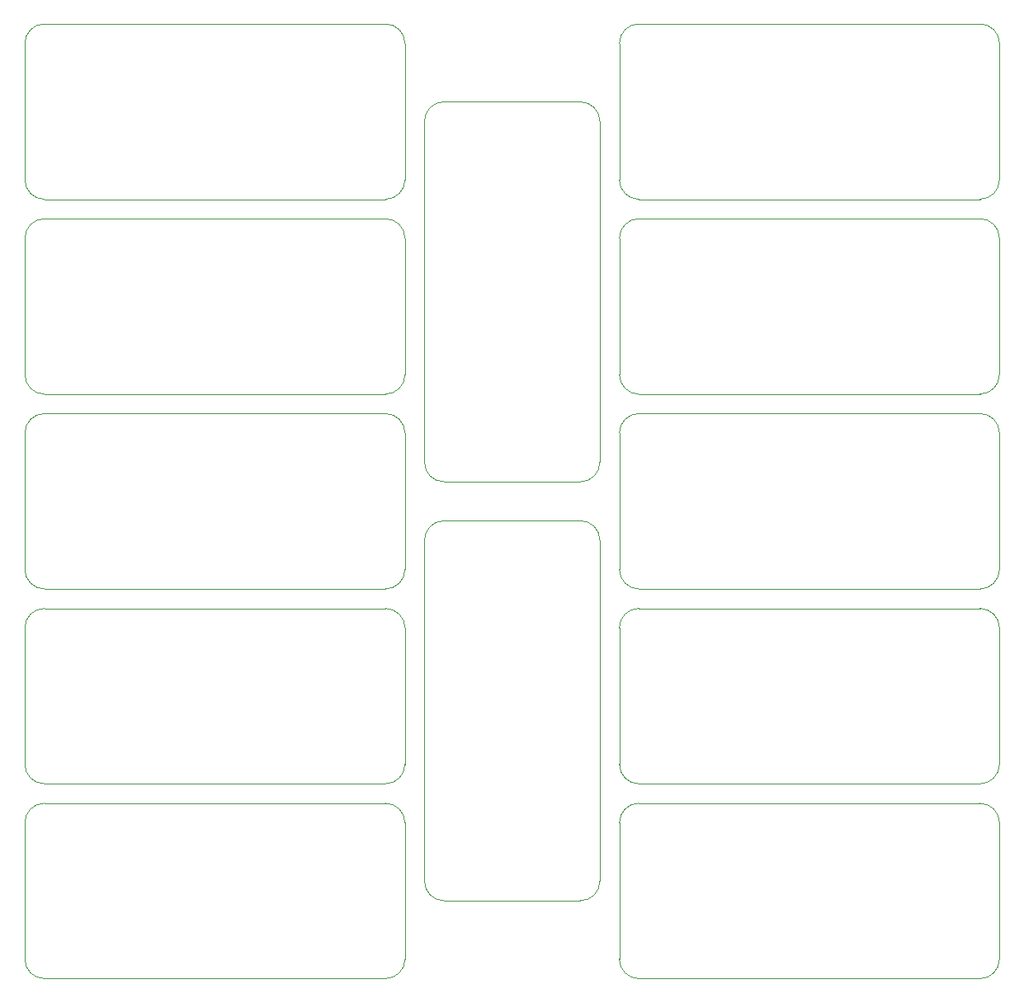
<source format=gbp>
%MOIN*%
%OFA0B0*%
%FSLAX46Y46*%
%IPPOS*%
%LPD*%
%ADD10C,0.0039370078740157488*%
%ADD21C,0.0039370078740157488*%
%ADD22C,0.0039370078740157488*%
%ADD23C,0.0039370078740157488*%
%ADD24C,0.0039370078740157488*%
%ADD25C,0.0039370078740157488*%
%ADD26C,0.0039370078740157488*%
%ADD27C,0.0039370078740157488*%
%ADD28C,0.0039370078740157488*%
%ADD29C,0.0039370078740157488*%
%ADD30C,0.0039370078740157488*%
%ADD31C,0.0039370078740157488*%
G01*
D10*
X0001456692Y0000708661D02*
G75*
G02X0001535433Y0000629921J-0000078740D01*
G01*
X0001535433Y0000078740D02*
G75*
G02X0001456692Y0000000000I-0000078740D01*
G01*
X0000078740Y0000000000D02*
G75*
G02X0000000000Y0000078740J0000078740D01*
G01*
X0000000000Y0000629921D02*
G75*
G02X0000078740Y0000708661I0000078740D01*
G01*
X0001535433Y0000078740D02*
X0001535433Y0000629921D01*
X0000078740Y0000000000D02*
X0001456692Y0000000000D01*
X0000000000Y0000629921D02*
X0000000000Y0000078740D01*
X0001456692Y0000708661D02*
X0000078740Y0000708661D01*
G04 next file*
G04 #@! TF.GenerationSoftware,KiCad,Pcbnew,(6.0.0-rc1-dev-1-g01c5bdfb8)*
G04 #@! TF.CreationDate,2019-01-03T14:47:18+01:00*
G04 #@! TF.ProjectId,nunchuk_breakout,6E756E6368756B5F627265616B6F7574,rev?*
G04 #@! TF.SameCoordinates,Original*
G04 #@! TF.FileFunction,Paste,Bot*
G04 #@! TF.FilePolarity,Positive*
G04 Gerber Fmt 4.6, Leading zero omitted, Abs format (unit mm)*
G04 Created by KiCad (PCBNEW (6.0.0-rc1-dev-1-g01c5bdfb8)) date Thu Jan  3 14:47:18 2019*
G01*
G04 APERTURE LIST*
G04 APERTURE END LIST*
D21*
X0003858267Y0001496062D02*
G75*
G02X0003937007Y0001417322J-0000078740D01*
G01*
X0003937007Y0000866141D02*
G75*
G02X0003858267Y0000787401I-0000078740D01*
G01*
X0002480314Y0000787401D02*
G75*
G02X0002401574Y0000866141J0000078740D01*
G01*
X0002401574Y0001417322D02*
G75*
G02X0002480314Y0001496062I0000078740D01*
G01*
X0003937007Y0000866141D02*
X0003937007Y0001417322D01*
X0002480314Y0000787401D02*
X0003858267Y0000787401D01*
X0002401574Y0001417322D02*
X0002401574Y0000866141D01*
X0003858267Y0001496062D02*
X0002480314Y0001496062D01*
G04 next file*
G04 #@! TF.GenerationSoftware,KiCad,Pcbnew,(6.0.0-rc1-dev-1-g01c5bdfb8)*
G04 #@! TF.CreationDate,2019-01-03T14:47:18+01:00*
G04 #@! TF.ProjectId,nunchuk_breakout,6E756E6368756B5F627265616B6F7574,rev?*
G04 #@! TF.SameCoordinates,Original*
G04 #@! TF.FileFunction,Paste,Bot*
G04 #@! TF.FilePolarity,Positive*
G04 Gerber Fmt 4.6, Leading zero omitted, Abs format (unit mm)*
G04 Created by KiCad (PCBNEW (6.0.0-rc1-dev-1-g01c5bdfb8)) date Thu Jan  3 14:47:18 2019*
G01*
G04 APERTURE LIST*
G04 APERTURE END LIST*
D22*
X0003858267Y0002283464D02*
G75*
G02X0003937007Y0002204724J-0000078740D01*
G01*
X0003937007Y0001653543D02*
G75*
G02X0003858267Y0001574803I-0000078740D01*
G01*
X0002480314Y0001574803D02*
G75*
G02X0002401574Y0001653543J0000078740D01*
G01*
X0002401574Y0002204724D02*
G75*
G02X0002480314Y0002283464I0000078740D01*
G01*
X0003937007Y0001653543D02*
X0003937007Y0002204724D01*
X0002480314Y0001574803D02*
X0003858267Y0001574803D01*
X0002401574Y0002204724D02*
X0002401574Y0001653543D01*
X0003858267Y0002283464D02*
X0002480314Y0002283464D01*
G04 next file*
G04 #@! TF.GenerationSoftware,KiCad,Pcbnew,(6.0.0-rc1-dev-1-g01c5bdfb8)*
G04 #@! TF.CreationDate,2019-01-03T14:47:18+01:00*
G04 #@! TF.ProjectId,nunchuk_breakout,6E756E6368756B5F627265616B6F7574,rev?*
G04 #@! TF.SameCoordinates,Original*
G04 #@! TF.FileFunction,Paste,Bot*
G04 #@! TF.FilePolarity,Positive*
G04 Gerber Fmt 4.6, Leading zero omitted, Abs format (unit mm)*
G04 Created by KiCad (PCBNEW (6.0.0-rc1-dev-1-g01c5bdfb8)) date Thu Jan  3 14:47:18 2019*
G01*
G04 APERTURE LIST*
G04 APERTURE END LIST*
D23*
X0001456692Y0001496062D02*
G75*
G02X0001535433Y0001417322J-0000078740D01*
G01*
X0001535433Y0000866141D02*
G75*
G02X0001456692Y0000787401I-0000078740D01*
G01*
X0000078740Y0000787401D02*
G75*
G02X0000000000Y0000866141J0000078740D01*
G01*
X0000000000Y0001417322D02*
G75*
G02X0000078740Y0001496062I0000078740D01*
G01*
X0001535433Y0000866141D02*
X0001535433Y0001417322D01*
X0000078740Y0000787401D02*
X0001456692Y0000787401D01*
X0000000000Y0001417322D02*
X0000000000Y0000866141D01*
X0001456692Y0001496062D02*
X0000078740Y0001496062D01*
G04 next file*
G04 #@! TF.GenerationSoftware,KiCad,Pcbnew,(6.0.0-rc1-dev-1-g01c5bdfb8)*
G04 #@! TF.CreationDate,2019-01-03T14:47:18+01:00*
G04 #@! TF.ProjectId,nunchuk_breakout,6E756E6368756B5F627265616B6F7574,rev?*
G04 #@! TF.SameCoordinates,Original*
G04 #@! TF.FileFunction,Paste,Bot*
G04 #@! TF.FilePolarity,Positive*
G04 Gerber Fmt 4.6, Leading zero omitted, Abs format (unit mm)*
G04 Created by KiCad (PCBNEW (6.0.0-rc1-dev-1-g01c5bdfb8)) date Thu Jan  3 14:47:18 2019*
G01*
G04 APERTURE LIST*
G04 APERTURE END LIST*
D24*
X0001456692Y0002283464D02*
G75*
G02X0001535433Y0002204724J-0000078740D01*
G01*
X0001535433Y0001653543D02*
G75*
G02X0001456692Y0001574803I-0000078740D01*
G01*
X0000078740Y0001574803D02*
G75*
G02X0000000000Y0001653543J0000078740D01*
G01*
X0000000000Y0002204724D02*
G75*
G02X0000078740Y0002283464I0000078740D01*
G01*
X0001535433Y0001653543D02*
X0001535433Y0002204724D01*
X0000078740Y0001574803D02*
X0001456692Y0001574803D01*
X0000000000Y0002204724D02*
X0000000000Y0001653543D01*
X0001456692Y0002283464D02*
X0000078740Y0002283464D01*
G04 next file*
G04 #@! TF.GenerationSoftware,KiCad,Pcbnew,(6.0.0-rc1-dev-1-g01c5bdfb8)*
G04 #@! TF.CreationDate,2019-01-03T14:47:18+01:00*
G04 #@! TF.ProjectId,nunchuk_breakout,6E756E6368756B5F627265616B6F7574,rev?*
G04 #@! TF.SameCoordinates,Original*
G04 #@! TF.FileFunction,Paste,Bot*
G04 #@! TF.FilePolarity,Positive*
G04 Gerber Fmt 4.6, Leading zero omitted, Abs format (unit mm)*
G04 Created by KiCad (PCBNEW (6.0.0-rc1-dev-1-g01c5bdfb8)) date Thu Jan  3 14:47:18 2019*
G01*
G04 APERTURE LIST*
G04 APERTURE END LIST*
D25*
X0003858267Y0000708661D02*
G75*
G02X0003937007Y0000629921J-0000078740D01*
G01*
X0003937007Y0000078740D02*
G75*
G02X0003858267Y0000000000I-0000078740D01*
G01*
X0002480314Y0000000000D02*
G75*
G02X0002401574Y0000078740J0000078740D01*
G01*
X0002401574Y0000629921D02*
G75*
G02X0002480314Y0000708661I0000078740D01*
G01*
X0003937007Y0000078740D02*
X0003937007Y0000629921D01*
X0002480314Y0000000000D02*
X0003858267Y0000000000D01*
X0002401574Y0000629921D02*
X0002401574Y0000078740D01*
X0003858267Y0000708661D02*
X0002480314Y0000708661D01*
G04 next file*
G04 #@! TF.GenerationSoftware,KiCad,Pcbnew,(6.0.0-rc1-dev-1-g01c5bdfb8)*
G04 #@! TF.CreationDate,2019-01-03T14:47:18+01:00*
G04 #@! TF.ProjectId,nunchuk_breakout,6E756E6368756B5F627265616B6F7574,rev?*
G04 #@! TF.SameCoordinates,Original*
G04 #@! TF.FileFunction,Paste,Bot*
G04 #@! TF.FilePolarity,Positive*
G04 Gerber Fmt 4.6, Leading zero omitted, Abs format (unit mm)*
G04 Created by KiCad (PCBNEW (6.0.0-rc1-dev-1-g01c5bdfb8)) date Thu Jan  3 14:47:18 2019*
G01*
G04 APERTURE LIST*
G04 APERTURE END LIST*
D26*
X0001456692Y0003070866D02*
G75*
G02X0001535433Y0002992125J-0000078740D01*
G01*
X0001535433Y0002440944D02*
G75*
G02X0001456692Y0002362204I-0000078740D01*
G01*
X0000078740Y0002362204D02*
G75*
G02X0000000000Y0002440944J0000078740D01*
G01*
X0000000000Y0002992125D02*
G75*
G02X0000078740Y0003070866I0000078740D01*
G01*
X0001535433Y0002440944D02*
X0001535433Y0002992125D01*
X0000078740Y0002362204D02*
X0001456692Y0002362204D01*
X0000000000Y0002992125D02*
X0000000000Y0002440944D01*
X0001456692Y0003070866D02*
X0000078740Y0003070866D01*
G04 next file*
G04 #@! TF.GenerationSoftware,KiCad,Pcbnew,(6.0.0-rc1-dev-1-g01c5bdfb8)*
G04 #@! TF.CreationDate,2019-01-03T14:47:18+01:00*
G04 #@! TF.ProjectId,nunchuk_breakout,6E756E6368756B5F627265616B6F7574,rev?*
G04 #@! TF.SameCoordinates,Original*
G04 #@! TF.FileFunction,Paste,Bot*
G04 #@! TF.FilePolarity,Positive*
G04 Gerber Fmt 4.6, Leading zero omitted, Abs format (unit mm)*
G04 Created by KiCad (PCBNEW (6.0.0-rc1-dev-1-g01c5bdfb8)) date Thu Jan  3 14:47:18 2019*
G01*
G04 APERTURE LIST*
G04 APERTURE END LIST*
D27*
X0003858267Y0003070866D02*
G75*
G02X0003937007Y0002992125J-0000078740D01*
G01*
X0003937007Y0002440944D02*
G75*
G02X0003858267Y0002362204I-0000078740D01*
G01*
X0002480314Y0002362204D02*
G75*
G02X0002401574Y0002440944J0000078740D01*
G01*
X0002401574Y0002992125D02*
G75*
G02X0002480314Y0003070866I0000078740D01*
G01*
X0003937007Y0002440944D02*
X0003937007Y0002992125D01*
X0002480314Y0002362204D02*
X0003858267Y0002362204D01*
X0002401574Y0002992125D02*
X0002401574Y0002440944D01*
X0003858267Y0003070866D02*
X0002480314Y0003070866D01*
G04 next file*
G04 #@! TF.GenerationSoftware,KiCad,Pcbnew,(6.0.0-rc1-dev-1-g01c5bdfb8)*
G04 #@! TF.CreationDate,2019-01-03T14:47:18+01:00*
G04 #@! TF.ProjectId,nunchuk_breakout,6E756E6368756B5F627265616B6F7574,rev?*
G04 #@! TF.SameCoordinates,Original*
G04 #@! TF.FileFunction,Paste,Bot*
G04 #@! TF.FilePolarity,Positive*
G04 Gerber Fmt 4.6, Leading zero omitted, Abs format (unit mm)*
G04 Created by KiCad (PCBNEW (6.0.0-rc1-dev-1-g01c5bdfb8)) date Thu Jan  3 14:47:18 2019*
G01*
G04 APERTURE LIST*
G04 APERTURE END LIST*
D28*
X0001456692Y0003858267D02*
G75*
G02X0001535433Y0003779527J-0000078740D01*
G01*
X0001535433Y0003228346D02*
G75*
G02X0001456692Y0003149606I-0000078740D01*
G01*
X0000078740Y0003149606D02*
G75*
G02X0000000000Y0003228346J0000078740D01*
G01*
X0000000000Y0003779527D02*
G75*
G02X0000078740Y0003858267I0000078740D01*
G01*
X0001535433Y0003228346D02*
X0001535433Y0003779527D01*
X0000078740Y0003149606D02*
X0001456692Y0003149606D01*
X0000000000Y0003779527D02*
X0000000000Y0003228346D01*
X0001456692Y0003858267D02*
X0000078740Y0003858267D01*
G04 next file*
G04 #@! TF.GenerationSoftware,KiCad,Pcbnew,(6.0.0-rc1-dev-1-g01c5bdfb8)*
G04 #@! TF.CreationDate,2019-01-03T14:47:18+01:00*
G04 #@! TF.ProjectId,nunchuk_breakout,6E756E6368756B5F627265616B6F7574,rev?*
G04 #@! TF.SameCoordinates,Original*
G04 #@! TF.FileFunction,Paste,Bot*
G04 #@! TF.FilePolarity,Positive*
G04 Gerber Fmt 4.6, Leading zero omitted, Abs format (unit mm)*
G04 Created by KiCad (PCBNEW (6.0.0-rc1-dev-1-g01c5bdfb8)) date Thu Jan  3 14:47:18 2019*
G01*
G04 APERTURE LIST*
G04 APERTURE END LIST*
D29*
X0003858267Y0003858267D02*
G75*
G02X0003937007Y0003779527J-0000078740D01*
G01*
X0003937007Y0003228346D02*
G75*
G02X0003858267Y0003149606I-0000078740D01*
G01*
X0002480314Y0003149606D02*
G75*
G02X0002401574Y0003228346J0000078740D01*
G01*
X0002401574Y0003779527D02*
G75*
G02X0002480314Y0003858267I0000078740D01*
G01*
X0003937007Y0003228346D02*
X0003937007Y0003779527D01*
X0002480314Y0003149606D02*
X0003858267Y0003149606D01*
X0002401574Y0003779527D02*
X0002401574Y0003228346D01*
X0003858267Y0003858267D02*
X0002480314Y0003858267D01*
G04 next file*
G04 #@! TF.GenerationSoftware,KiCad,Pcbnew,(6.0.0-rc1-dev-1-g01c5bdfb8)*
G04 #@! TF.CreationDate,2019-01-03T14:47:18+01:00*
G04 #@! TF.ProjectId,nunchuk_breakout,6E756E6368756B5F627265616B6F7574,rev?*
G04 #@! TF.SameCoordinates,Original*
G04 #@! TF.FileFunction,Paste,Bot*
G04 #@! TF.FilePolarity,Positive*
G04 Gerber Fmt 4.6, Leading zero omitted, Abs format (unit mm)*
G04 Created by KiCad (PCBNEW (6.0.0-rc1-dev-1-g01c5bdfb8)) date Thu Jan  3 14:47:18 2019*
G01*
G04 APERTURE LIST*
G04 APERTURE END LIST*
D30*
X0002322834Y0002086614D02*
G75*
G02X0002244094Y0002007874I-0000078740D01*
G01*
X0001692913Y0002007874D02*
G75*
G02X0001614173Y0002086614J0000078740D01*
G01*
X0001614173Y0003464566D02*
G75*
G02X0001692913Y0003543307I0000078740D01*
G01*
X0002244094Y0003543307D02*
G75*
G02X0002322834Y0003464566J-0000078740D01*
G01*
X0001692913Y0002007874D02*
X0002244094Y0002007874D01*
X0001614173Y0003464566D02*
X0001614173Y0002086614D01*
X0002244094Y0003543307D02*
X0001692913Y0003543307D01*
X0002322834Y0002086614D02*
X0002322834Y0003464566D01*
G04 next file*
G04 #@! TF.GenerationSoftware,KiCad,Pcbnew,(6.0.0-rc1-dev-1-g01c5bdfb8)*
G04 #@! TF.CreationDate,2019-01-03T14:47:18+01:00*
G04 #@! TF.ProjectId,nunchuk_breakout,6E756E6368756B5F627265616B6F7574,rev?*
G04 #@! TF.SameCoordinates,Original*
G04 #@! TF.FileFunction,Paste,Bot*
G04 #@! TF.FilePolarity,Positive*
G04 Gerber Fmt 4.6, Leading zero omitted, Abs format (unit mm)*
G04 Created by KiCad (PCBNEW (6.0.0-rc1-dev-1-g01c5bdfb8)) date Thu Jan  3 14:47:18 2019*
G01*
G04 APERTURE LIST*
G04 APERTURE END LIST*
D31*
X0002322834Y0000393700D02*
G75*
G02X0002244094Y0000314960I-0000078740D01*
G01*
X0001692913Y0000314960D02*
G75*
G02X0001614173Y0000393700J0000078740D01*
G01*
X0001614173Y0001771653D02*
G75*
G02X0001692913Y0001850393I0000078740D01*
G01*
X0002244094Y0001850393D02*
G75*
G02X0002322834Y0001771653J-0000078740D01*
G01*
X0001692913Y0000314960D02*
X0002244094Y0000314960D01*
X0001614173Y0001771653D02*
X0001614173Y0000393700D01*
X0002244094Y0001850393D02*
X0001692913Y0001850393D01*
X0002322834Y0000393700D02*
X0002322834Y0001771653D01*
M02*
</source>
